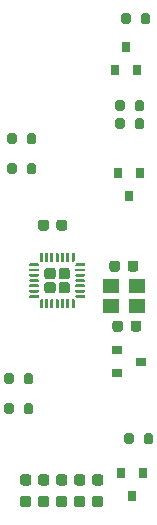
<source format=gbr>
%TF.GenerationSoftware,KiCad,Pcbnew,5.1.9-73d0e3b20d~88~ubuntu20.04.1*%
%TF.CreationDate,2021-03-05T17:28:59-06:00*%
%TF.ProjectId,portalgun-display,706f7274-616c-4677-956e-2d646973706c,rev?*%
%TF.SameCoordinates,Original*%
%TF.FileFunction,Paste,Bot*%
%TF.FilePolarity,Positive*%
%FSLAX46Y46*%
G04 Gerber Fmt 4.6, Leading zero omitted, Abs format (unit mm)*
G04 Created by KiCad (PCBNEW 5.1.9-73d0e3b20d~88~ubuntu20.04.1) date 2021-03-05 17:28:59*
%MOMM*%
%LPD*%
G01*
G04 APERTURE LIST*
%ADD10R,0.800000X0.900000*%
%ADD11R,0.900000X0.800000*%
%ADD12R,1.400000X1.200000*%
%ADD13C,0.100000*%
G04 APERTURE END LIST*
D10*
%TO.C,Q4*%
X132784700Y-120209000D03*
X133734700Y-118209000D03*
X131834700Y-118209000D03*
%TD*%
D11*
%TO.C,Q3*%
X133530700Y-108795000D03*
X131530700Y-107845000D03*
X131530700Y-109745000D03*
%TD*%
D10*
%TO.C,Q2*%
X132530700Y-94809000D03*
X133480700Y-92809000D03*
X131580700Y-92809000D03*
%TD*%
%TO.C,Q1*%
X132276700Y-82141000D03*
X131326700Y-84141000D03*
X133226700Y-84141000D03*
%TD*%
%TO.C,R5*%
G36*
G01*
X129626200Y-120142000D02*
X130101200Y-120142000D01*
G75*
G02*
X130338700Y-120379500I0J-237500D01*
G01*
X130338700Y-120879500D01*
G75*
G02*
X130101200Y-121117000I-237500J0D01*
G01*
X129626200Y-121117000D01*
G75*
G02*
X129388700Y-120879500I0J237500D01*
G01*
X129388700Y-120379500D01*
G75*
G02*
X129626200Y-120142000I237500J0D01*
G01*
G37*
G36*
G01*
X129626200Y-118317000D02*
X130101200Y-118317000D01*
G75*
G02*
X130338700Y-118554500I0J-237500D01*
G01*
X130338700Y-119054500D01*
G75*
G02*
X130101200Y-119292000I-237500J0D01*
G01*
X129626200Y-119292000D01*
G75*
G02*
X129388700Y-119054500I0J237500D01*
G01*
X129388700Y-118554500D01*
G75*
G02*
X129626200Y-118317000I237500J0D01*
G01*
G37*
%TD*%
D12*
%TO.C,Y1*%
X133180000Y-102401000D03*
X130980000Y-102401000D03*
X130980000Y-104101000D03*
X133180000Y-104101000D03*
%TD*%
%TO.C,U7*%
G36*
G01*
X126319700Y-102294500D02*
X126319700Y-102779500D01*
G75*
G02*
X126077200Y-103022000I-242500J0D01*
G01*
X125592200Y-103022000D01*
G75*
G02*
X125349700Y-102779500I0J242500D01*
G01*
X125349700Y-102294500D01*
G75*
G02*
X125592200Y-102052000I242500J0D01*
G01*
X126077200Y-102052000D01*
G75*
G02*
X126319700Y-102294500I0J-242500D01*
G01*
G37*
G36*
G01*
X126319700Y-101094500D02*
X126319700Y-101579500D01*
G75*
G02*
X126077200Y-101822000I-242500J0D01*
G01*
X125592200Y-101822000D01*
G75*
G02*
X125349700Y-101579500I0J242500D01*
G01*
X125349700Y-101094500D01*
G75*
G02*
X125592200Y-100852000I242500J0D01*
G01*
X126077200Y-100852000D01*
G75*
G02*
X126319700Y-101094500I0J-242500D01*
G01*
G37*
G36*
G01*
X127519700Y-102294500D02*
X127519700Y-102779500D01*
G75*
G02*
X127277200Y-103022000I-242500J0D01*
G01*
X126792200Y-103022000D01*
G75*
G02*
X126549700Y-102779500I0J242500D01*
G01*
X126549700Y-102294500D01*
G75*
G02*
X126792200Y-102052000I242500J0D01*
G01*
X127277200Y-102052000D01*
G75*
G02*
X127519700Y-102294500I0J-242500D01*
G01*
G37*
G36*
G01*
X127519700Y-101094500D02*
X127519700Y-101579500D01*
G75*
G02*
X127277200Y-101822000I-242500J0D01*
G01*
X126792200Y-101822000D01*
G75*
G02*
X126549700Y-101579500I0J242500D01*
G01*
X126549700Y-101094500D01*
G75*
G02*
X126792200Y-100852000I242500J0D01*
G01*
X127277200Y-100852000D01*
G75*
G02*
X127519700Y-101094500I0J-242500D01*
G01*
G37*
D13*
G36*
X127710007Y-100385799D02*
G01*
X127698282Y-100382242D01*
X127687477Y-100376467D01*
X127678006Y-100368694D01*
X127670233Y-100359223D01*
X127664458Y-100348418D01*
X127660901Y-100336693D01*
X127659700Y-100324500D01*
X127659700Y-99649500D01*
X127660901Y-99637307D01*
X127664458Y-99625582D01*
X127670233Y-99614777D01*
X127678006Y-99605306D01*
X127687477Y-99597533D01*
X127698282Y-99591758D01*
X127710007Y-99588201D01*
X127722200Y-99587000D01*
X127847200Y-99587000D01*
X127859393Y-99588201D01*
X127871118Y-99591758D01*
X127881923Y-99597533D01*
X127891394Y-99605306D01*
X127899167Y-99614777D01*
X127904942Y-99625582D01*
X127908499Y-99637307D01*
X127909700Y-99649500D01*
X127909700Y-100261112D01*
X127908499Y-100273305D01*
X127904942Y-100285030D01*
X127899167Y-100295835D01*
X127891394Y-100305306D01*
X127828006Y-100368694D01*
X127818535Y-100376467D01*
X127807730Y-100382242D01*
X127796005Y-100385799D01*
X127783812Y-100387000D01*
X127722200Y-100387000D01*
X127710007Y-100385799D01*
G37*
G36*
G01*
X127459700Y-99649500D02*
X127459700Y-100324500D01*
G75*
G02*
X127397200Y-100387000I-62500J0D01*
G01*
X127272200Y-100387000D01*
G75*
G02*
X127209700Y-100324500I0J62500D01*
G01*
X127209700Y-99649500D01*
G75*
G02*
X127272200Y-99587000I62500J0D01*
G01*
X127397200Y-99587000D01*
G75*
G02*
X127459700Y-99649500I0J-62500D01*
G01*
G37*
G36*
G01*
X127009700Y-99649500D02*
X127009700Y-100324500D01*
G75*
G02*
X126947200Y-100387000I-62500J0D01*
G01*
X126822200Y-100387000D01*
G75*
G02*
X126759700Y-100324500I0J62500D01*
G01*
X126759700Y-99649500D01*
G75*
G02*
X126822200Y-99587000I62500J0D01*
G01*
X126947200Y-99587000D01*
G75*
G02*
X127009700Y-99649500I0J-62500D01*
G01*
G37*
G36*
G01*
X126559700Y-99649500D02*
X126559700Y-100324500D01*
G75*
G02*
X126497200Y-100387000I-62500J0D01*
G01*
X126372200Y-100387000D01*
G75*
G02*
X126309700Y-100324500I0J62500D01*
G01*
X126309700Y-99649500D01*
G75*
G02*
X126372200Y-99587000I62500J0D01*
G01*
X126497200Y-99587000D01*
G75*
G02*
X126559700Y-99649500I0J-62500D01*
G01*
G37*
G36*
G01*
X126109700Y-99649500D02*
X126109700Y-100324500D01*
G75*
G02*
X126047200Y-100387000I-62500J0D01*
G01*
X125922200Y-100387000D01*
G75*
G02*
X125859700Y-100324500I0J62500D01*
G01*
X125859700Y-99649500D01*
G75*
G02*
X125922200Y-99587000I62500J0D01*
G01*
X126047200Y-99587000D01*
G75*
G02*
X126109700Y-99649500I0J-62500D01*
G01*
G37*
G36*
G01*
X125659700Y-99649500D02*
X125659700Y-100324500D01*
G75*
G02*
X125597200Y-100387000I-62500J0D01*
G01*
X125472200Y-100387000D01*
G75*
G02*
X125409700Y-100324500I0J62500D01*
G01*
X125409700Y-99649500D01*
G75*
G02*
X125472200Y-99587000I62500J0D01*
G01*
X125597200Y-99587000D01*
G75*
G02*
X125659700Y-99649500I0J-62500D01*
G01*
G37*
G36*
X125073395Y-100385799D02*
G01*
X125061670Y-100382242D01*
X125050865Y-100376467D01*
X125041394Y-100368694D01*
X124978006Y-100305306D01*
X124970233Y-100295835D01*
X124964458Y-100285030D01*
X124960901Y-100273305D01*
X124959700Y-100261112D01*
X124959700Y-99649500D01*
X124960901Y-99637307D01*
X124964458Y-99625582D01*
X124970233Y-99614777D01*
X124978006Y-99605306D01*
X124987477Y-99597533D01*
X124998282Y-99591758D01*
X125010007Y-99588201D01*
X125022200Y-99587000D01*
X125147200Y-99587000D01*
X125159393Y-99588201D01*
X125171118Y-99591758D01*
X125181923Y-99597533D01*
X125191394Y-99605306D01*
X125199167Y-99614777D01*
X125204942Y-99625582D01*
X125208499Y-99637307D01*
X125209700Y-99649500D01*
X125209700Y-100324500D01*
X125208499Y-100336693D01*
X125204942Y-100348418D01*
X125199167Y-100359223D01*
X125191394Y-100368694D01*
X125181923Y-100376467D01*
X125171118Y-100382242D01*
X125159393Y-100385799D01*
X125147200Y-100387000D01*
X125085588Y-100387000D01*
X125073395Y-100385799D01*
G37*
G36*
X124135007Y-100710799D02*
G01*
X124123282Y-100707242D01*
X124112477Y-100701467D01*
X124103006Y-100693694D01*
X124095233Y-100684223D01*
X124089458Y-100673418D01*
X124085901Y-100661693D01*
X124084700Y-100649500D01*
X124084700Y-100524500D01*
X124085901Y-100512307D01*
X124089458Y-100500582D01*
X124095233Y-100489777D01*
X124103006Y-100480306D01*
X124112477Y-100472533D01*
X124123282Y-100466758D01*
X124135007Y-100463201D01*
X124147200Y-100462000D01*
X124758812Y-100462000D01*
X124771005Y-100463201D01*
X124782730Y-100466758D01*
X124793535Y-100472533D01*
X124803006Y-100480306D01*
X124866394Y-100543694D01*
X124874167Y-100553165D01*
X124879942Y-100563970D01*
X124883499Y-100575695D01*
X124884700Y-100587888D01*
X124884700Y-100649500D01*
X124883499Y-100661693D01*
X124879942Y-100673418D01*
X124874167Y-100684223D01*
X124866394Y-100693694D01*
X124856923Y-100701467D01*
X124846118Y-100707242D01*
X124834393Y-100710799D01*
X124822200Y-100712000D01*
X124147200Y-100712000D01*
X124135007Y-100710799D01*
G37*
G36*
G01*
X124884700Y-100974500D02*
X124884700Y-101099500D01*
G75*
G02*
X124822200Y-101162000I-62500J0D01*
G01*
X124147200Y-101162000D01*
G75*
G02*
X124084700Y-101099500I0J62500D01*
G01*
X124084700Y-100974500D01*
G75*
G02*
X124147200Y-100912000I62500J0D01*
G01*
X124822200Y-100912000D01*
G75*
G02*
X124884700Y-100974500I0J-62500D01*
G01*
G37*
G36*
G01*
X124884700Y-101424500D02*
X124884700Y-101549500D01*
G75*
G02*
X124822200Y-101612000I-62500J0D01*
G01*
X124147200Y-101612000D01*
G75*
G02*
X124084700Y-101549500I0J62500D01*
G01*
X124084700Y-101424500D01*
G75*
G02*
X124147200Y-101362000I62500J0D01*
G01*
X124822200Y-101362000D01*
G75*
G02*
X124884700Y-101424500I0J-62500D01*
G01*
G37*
G36*
G01*
X124884700Y-101874500D02*
X124884700Y-101999500D01*
G75*
G02*
X124822200Y-102062000I-62500J0D01*
G01*
X124147200Y-102062000D01*
G75*
G02*
X124084700Y-101999500I0J62500D01*
G01*
X124084700Y-101874500D01*
G75*
G02*
X124147200Y-101812000I62500J0D01*
G01*
X124822200Y-101812000D01*
G75*
G02*
X124884700Y-101874500I0J-62500D01*
G01*
G37*
G36*
G01*
X124884700Y-102324500D02*
X124884700Y-102449500D01*
G75*
G02*
X124822200Y-102512000I-62500J0D01*
G01*
X124147200Y-102512000D01*
G75*
G02*
X124084700Y-102449500I0J62500D01*
G01*
X124084700Y-102324500D01*
G75*
G02*
X124147200Y-102262000I62500J0D01*
G01*
X124822200Y-102262000D01*
G75*
G02*
X124884700Y-102324500I0J-62500D01*
G01*
G37*
G36*
G01*
X124884700Y-102774500D02*
X124884700Y-102899500D01*
G75*
G02*
X124822200Y-102962000I-62500J0D01*
G01*
X124147200Y-102962000D01*
G75*
G02*
X124084700Y-102899500I0J62500D01*
G01*
X124084700Y-102774500D01*
G75*
G02*
X124147200Y-102712000I62500J0D01*
G01*
X124822200Y-102712000D01*
G75*
G02*
X124884700Y-102774500I0J-62500D01*
G01*
G37*
G36*
X124135007Y-103410799D02*
G01*
X124123282Y-103407242D01*
X124112477Y-103401467D01*
X124103006Y-103393694D01*
X124095233Y-103384223D01*
X124089458Y-103373418D01*
X124085901Y-103361693D01*
X124084700Y-103349500D01*
X124084700Y-103224500D01*
X124085901Y-103212307D01*
X124089458Y-103200582D01*
X124095233Y-103189777D01*
X124103006Y-103180306D01*
X124112477Y-103172533D01*
X124123282Y-103166758D01*
X124135007Y-103163201D01*
X124147200Y-103162000D01*
X124822200Y-103162000D01*
X124834393Y-103163201D01*
X124846118Y-103166758D01*
X124856923Y-103172533D01*
X124866394Y-103180306D01*
X124874167Y-103189777D01*
X124879942Y-103200582D01*
X124883499Y-103212307D01*
X124884700Y-103224500D01*
X124884700Y-103286112D01*
X124883499Y-103298305D01*
X124879942Y-103310030D01*
X124874167Y-103320835D01*
X124866394Y-103330306D01*
X124803006Y-103393694D01*
X124793535Y-103401467D01*
X124782730Y-103407242D01*
X124771005Y-103410799D01*
X124758812Y-103412000D01*
X124147200Y-103412000D01*
X124135007Y-103410799D01*
G37*
G36*
X125010007Y-104285799D02*
G01*
X124998282Y-104282242D01*
X124987477Y-104276467D01*
X124978006Y-104268694D01*
X124970233Y-104259223D01*
X124964458Y-104248418D01*
X124960901Y-104236693D01*
X124959700Y-104224500D01*
X124959700Y-103612888D01*
X124960901Y-103600695D01*
X124964458Y-103588970D01*
X124970233Y-103578165D01*
X124978006Y-103568694D01*
X125041394Y-103505306D01*
X125050865Y-103497533D01*
X125061670Y-103491758D01*
X125073395Y-103488201D01*
X125085588Y-103487000D01*
X125147200Y-103487000D01*
X125159393Y-103488201D01*
X125171118Y-103491758D01*
X125181923Y-103497533D01*
X125191394Y-103505306D01*
X125199167Y-103514777D01*
X125204942Y-103525582D01*
X125208499Y-103537307D01*
X125209700Y-103549500D01*
X125209700Y-104224500D01*
X125208499Y-104236693D01*
X125204942Y-104248418D01*
X125199167Y-104259223D01*
X125191394Y-104268694D01*
X125181923Y-104276467D01*
X125171118Y-104282242D01*
X125159393Y-104285799D01*
X125147200Y-104287000D01*
X125022200Y-104287000D01*
X125010007Y-104285799D01*
G37*
G36*
G01*
X125659700Y-103549500D02*
X125659700Y-104224500D01*
G75*
G02*
X125597200Y-104287000I-62500J0D01*
G01*
X125472200Y-104287000D01*
G75*
G02*
X125409700Y-104224500I0J62500D01*
G01*
X125409700Y-103549500D01*
G75*
G02*
X125472200Y-103487000I62500J0D01*
G01*
X125597200Y-103487000D01*
G75*
G02*
X125659700Y-103549500I0J-62500D01*
G01*
G37*
G36*
G01*
X126109700Y-103549500D02*
X126109700Y-104224500D01*
G75*
G02*
X126047200Y-104287000I-62500J0D01*
G01*
X125922200Y-104287000D01*
G75*
G02*
X125859700Y-104224500I0J62500D01*
G01*
X125859700Y-103549500D01*
G75*
G02*
X125922200Y-103487000I62500J0D01*
G01*
X126047200Y-103487000D01*
G75*
G02*
X126109700Y-103549500I0J-62500D01*
G01*
G37*
G36*
G01*
X126559700Y-103549500D02*
X126559700Y-104224500D01*
G75*
G02*
X126497200Y-104287000I-62500J0D01*
G01*
X126372200Y-104287000D01*
G75*
G02*
X126309700Y-104224500I0J62500D01*
G01*
X126309700Y-103549500D01*
G75*
G02*
X126372200Y-103487000I62500J0D01*
G01*
X126497200Y-103487000D01*
G75*
G02*
X126559700Y-103549500I0J-62500D01*
G01*
G37*
G36*
G01*
X127009700Y-103549500D02*
X127009700Y-104224500D01*
G75*
G02*
X126947200Y-104287000I-62500J0D01*
G01*
X126822200Y-104287000D01*
G75*
G02*
X126759700Y-104224500I0J62500D01*
G01*
X126759700Y-103549500D01*
G75*
G02*
X126822200Y-103487000I62500J0D01*
G01*
X126947200Y-103487000D01*
G75*
G02*
X127009700Y-103549500I0J-62500D01*
G01*
G37*
G36*
G01*
X127459700Y-103549500D02*
X127459700Y-104224500D01*
G75*
G02*
X127397200Y-104287000I-62500J0D01*
G01*
X127272200Y-104287000D01*
G75*
G02*
X127209700Y-104224500I0J62500D01*
G01*
X127209700Y-103549500D01*
G75*
G02*
X127272200Y-103487000I62500J0D01*
G01*
X127397200Y-103487000D01*
G75*
G02*
X127459700Y-103549500I0J-62500D01*
G01*
G37*
G36*
X127710007Y-104285799D02*
G01*
X127698282Y-104282242D01*
X127687477Y-104276467D01*
X127678006Y-104268694D01*
X127670233Y-104259223D01*
X127664458Y-104248418D01*
X127660901Y-104236693D01*
X127659700Y-104224500D01*
X127659700Y-103549500D01*
X127660901Y-103537307D01*
X127664458Y-103525582D01*
X127670233Y-103514777D01*
X127678006Y-103505306D01*
X127687477Y-103497533D01*
X127698282Y-103491758D01*
X127710007Y-103488201D01*
X127722200Y-103487000D01*
X127783812Y-103487000D01*
X127796005Y-103488201D01*
X127807730Y-103491758D01*
X127818535Y-103497533D01*
X127828006Y-103505306D01*
X127891394Y-103568694D01*
X127899167Y-103578165D01*
X127904942Y-103588970D01*
X127908499Y-103600695D01*
X127909700Y-103612888D01*
X127909700Y-104224500D01*
X127908499Y-104236693D01*
X127904942Y-104248418D01*
X127899167Y-104259223D01*
X127891394Y-104268694D01*
X127881923Y-104276467D01*
X127871118Y-104282242D01*
X127859393Y-104285799D01*
X127847200Y-104287000D01*
X127722200Y-104287000D01*
X127710007Y-104285799D01*
G37*
G36*
X128098395Y-103410799D02*
G01*
X128086670Y-103407242D01*
X128075865Y-103401467D01*
X128066394Y-103393694D01*
X128003006Y-103330306D01*
X127995233Y-103320835D01*
X127989458Y-103310030D01*
X127985901Y-103298305D01*
X127984700Y-103286112D01*
X127984700Y-103224500D01*
X127985901Y-103212307D01*
X127989458Y-103200582D01*
X127995233Y-103189777D01*
X128003006Y-103180306D01*
X128012477Y-103172533D01*
X128023282Y-103166758D01*
X128035007Y-103163201D01*
X128047200Y-103162000D01*
X128722200Y-103162000D01*
X128734393Y-103163201D01*
X128746118Y-103166758D01*
X128756923Y-103172533D01*
X128766394Y-103180306D01*
X128774167Y-103189777D01*
X128779942Y-103200582D01*
X128783499Y-103212307D01*
X128784700Y-103224500D01*
X128784700Y-103349500D01*
X128783499Y-103361693D01*
X128779942Y-103373418D01*
X128774167Y-103384223D01*
X128766394Y-103393694D01*
X128756923Y-103401467D01*
X128746118Y-103407242D01*
X128734393Y-103410799D01*
X128722200Y-103412000D01*
X128110588Y-103412000D01*
X128098395Y-103410799D01*
G37*
G36*
G01*
X128784700Y-102774500D02*
X128784700Y-102899500D01*
G75*
G02*
X128722200Y-102962000I-62500J0D01*
G01*
X128047200Y-102962000D01*
G75*
G02*
X127984700Y-102899500I0J62500D01*
G01*
X127984700Y-102774500D01*
G75*
G02*
X128047200Y-102712000I62500J0D01*
G01*
X128722200Y-102712000D01*
G75*
G02*
X128784700Y-102774500I0J-62500D01*
G01*
G37*
G36*
G01*
X128784700Y-102324500D02*
X128784700Y-102449500D01*
G75*
G02*
X128722200Y-102512000I-62500J0D01*
G01*
X128047200Y-102512000D01*
G75*
G02*
X127984700Y-102449500I0J62500D01*
G01*
X127984700Y-102324500D01*
G75*
G02*
X128047200Y-102262000I62500J0D01*
G01*
X128722200Y-102262000D01*
G75*
G02*
X128784700Y-102324500I0J-62500D01*
G01*
G37*
G36*
G01*
X128784700Y-101874500D02*
X128784700Y-101999500D01*
G75*
G02*
X128722200Y-102062000I-62500J0D01*
G01*
X128047200Y-102062000D01*
G75*
G02*
X127984700Y-101999500I0J62500D01*
G01*
X127984700Y-101874500D01*
G75*
G02*
X128047200Y-101812000I62500J0D01*
G01*
X128722200Y-101812000D01*
G75*
G02*
X128784700Y-101874500I0J-62500D01*
G01*
G37*
G36*
G01*
X128784700Y-101424500D02*
X128784700Y-101549500D01*
G75*
G02*
X128722200Y-101612000I-62500J0D01*
G01*
X128047200Y-101612000D01*
G75*
G02*
X127984700Y-101549500I0J62500D01*
G01*
X127984700Y-101424500D01*
G75*
G02*
X128047200Y-101362000I62500J0D01*
G01*
X128722200Y-101362000D01*
G75*
G02*
X128784700Y-101424500I0J-62500D01*
G01*
G37*
G36*
G01*
X128784700Y-100974500D02*
X128784700Y-101099500D01*
G75*
G02*
X128722200Y-101162000I-62500J0D01*
G01*
X128047200Y-101162000D01*
G75*
G02*
X127984700Y-101099500I0J62500D01*
G01*
X127984700Y-100974500D01*
G75*
G02*
X128047200Y-100912000I62500J0D01*
G01*
X128722200Y-100912000D01*
G75*
G02*
X128784700Y-100974500I0J-62500D01*
G01*
G37*
G36*
X128035007Y-100710799D02*
G01*
X128023282Y-100707242D01*
X128012477Y-100701467D01*
X128003006Y-100693694D01*
X127995233Y-100684223D01*
X127989458Y-100673418D01*
X127985901Y-100661693D01*
X127984700Y-100649500D01*
X127984700Y-100587888D01*
X127985901Y-100575695D01*
X127989458Y-100563970D01*
X127995233Y-100553165D01*
X128003006Y-100543694D01*
X128066394Y-100480306D01*
X128075865Y-100472533D01*
X128086670Y-100466758D01*
X128098395Y-100463201D01*
X128110588Y-100462000D01*
X128722200Y-100462000D01*
X128734393Y-100463201D01*
X128746118Y-100466758D01*
X128756923Y-100472533D01*
X128766394Y-100480306D01*
X128774167Y-100489777D01*
X128779942Y-100500582D01*
X128783499Y-100512307D01*
X128784700Y-100524500D01*
X128784700Y-100649500D01*
X128783499Y-100661693D01*
X128779942Y-100673418D01*
X128774167Y-100684223D01*
X128766394Y-100693694D01*
X128756923Y-100701467D01*
X128746118Y-100707242D01*
X128734393Y-100710799D01*
X128722200Y-100712000D01*
X128047200Y-100712000D01*
X128035007Y-100710799D01*
G37*
%TD*%
%TO.C,R28*%
G36*
G01*
X122765000Y-109961000D02*
X122765000Y-110511000D01*
G75*
G02*
X122565000Y-110711000I-200000J0D01*
G01*
X122165000Y-110711000D01*
G75*
G02*
X121965000Y-110511000I0J200000D01*
G01*
X121965000Y-109961000D01*
G75*
G02*
X122165000Y-109761000I200000J0D01*
G01*
X122565000Y-109761000D01*
G75*
G02*
X122765000Y-109961000I0J-200000D01*
G01*
G37*
G36*
G01*
X124415000Y-109961000D02*
X124415000Y-110511000D01*
G75*
G02*
X124215000Y-110711000I-200000J0D01*
G01*
X123815000Y-110711000D01*
G75*
G02*
X123615000Y-110511000I0J200000D01*
G01*
X123615000Y-109961000D01*
G75*
G02*
X123815000Y-109761000I200000J0D01*
G01*
X124215000Y-109761000D01*
G75*
G02*
X124415000Y-109961000I0J-200000D01*
G01*
G37*
%TD*%
%TO.C,R27*%
G36*
G01*
X122765000Y-112501000D02*
X122765000Y-113051000D01*
G75*
G02*
X122565000Y-113251000I-200000J0D01*
G01*
X122165000Y-113251000D01*
G75*
G02*
X121965000Y-113051000I0J200000D01*
G01*
X121965000Y-112501000D01*
G75*
G02*
X122165000Y-112301000I200000J0D01*
G01*
X122565000Y-112301000D01*
G75*
G02*
X122765000Y-112501000I0J-200000D01*
G01*
G37*
G36*
G01*
X124415000Y-112501000D02*
X124415000Y-113051000D01*
G75*
G02*
X124215000Y-113251000I-200000J0D01*
G01*
X123815000Y-113251000D01*
G75*
G02*
X123615000Y-113051000I0J200000D01*
G01*
X123615000Y-112501000D01*
G75*
G02*
X123815000Y-112301000I200000J0D01*
G01*
X124215000Y-112301000D01*
G75*
G02*
X124415000Y-112501000I0J-200000D01*
G01*
G37*
%TD*%
%TO.C,R26*%
G36*
G01*
X133775000Y-115591000D02*
X133775000Y-115041000D01*
G75*
G02*
X133975000Y-114841000I200000J0D01*
G01*
X134375000Y-114841000D01*
G75*
G02*
X134575000Y-115041000I0J-200000D01*
G01*
X134575000Y-115591000D01*
G75*
G02*
X134375000Y-115791000I-200000J0D01*
G01*
X133975000Y-115791000D01*
G75*
G02*
X133775000Y-115591000I0J200000D01*
G01*
G37*
G36*
G01*
X132125000Y-115591000D02*
X132125000Y-115041000D01*
G75*
G02*
X132325000Y-114841000I200000J0D01*
G01*
X132725000Y-114841000D01*
G75*
G02*
X132925000Y-115041000I0J-200000D01*
G01*
X132925000Y-115591000D01*
G75*
G02*
X132725000Y-115791000I-200000J0D01*
G01*
X132325000Y-115791000D01*
G75*
G02*
X132125000Y-115591000I0J200000D01*
G01*
G37*
%TD*%
%TO.C,R25*%
G36*
G01*
X133013000Y-88921000D02*
X133013000Y-88371000D01*
G75*
G02*
X133213000Y-88171000I200000J0D01*
G01*
X133613000Y-88171000D01*
G75*
G02*
X133813000Y-88371000I0J-200000D01*
G01*
X133813000Y-88921000D01*
G75*
G02*
X133613000Y-89121000I-200000J0D01*
G01*
X133213000Y-89121000D01*
G75*
G02*
X133013000Y-88921000I0J200000D01*
G01*
G37*
G36*
G01*
X131363000Y-88921000D02*
X131363000Y-88371000D01*
G75*
G02*
X131563000Y-88171000I200000J0D01*
G01*
X131963000Y-88171000D01*
G75*
G02*
X132163000Y-88371000I0J-200000D01*
G01*
X132163000Y-88921000D01*
G75*
G02*
X131963000Y-89121000I-200000J0D01*
G01*
X131563000Y-89121000D01*
G75*
G02*
X131363000Y-88921000I0J200000D01*
G01*
G37*
%TD*%
%TO.C,R24*%
G36*
G01*
X133013000Y-87397000D02*
X133013000Y-86847000D01*
G75*
G02*
X133213000Y-86647000I200000J0D01*
G01*
X133613000Y-86647000D01*
G75*
G02*
X133813000Y-86847000I0J-200000D01*
G01*
X133813000Y-87397000D01*
G75*
G02*
X133613000Y-87597000I-200000J0D01*
G01*
X133213000Y-87597000D01*
G75*
G02*
X133013000Y-87397000I0J200000D01*
G01*
G37*
G36*
G01*
X131363000Y-87397000D02*
X131363000Y-86847000D01*
G75*
G02*
X131563000Y-86647000I200000J0D01*
G01*
X131963000Y-86647000D01*
G75*
G02*
X132163000Y-86847000I0J-200000D01*
G01*
X132163000Y-87397000D01*
G75*
G02*
X131963000Y-87597000I-200000J0D01*
G01*
X131563000Y-87597000D01*
G75*
G02*
X131363000Y-87397000I0J200000D01*
G01*
G37*
%TD*%
%TO.C,R23*%
G36*
G01*
X133521000Y-80031000D02*
X133521000Y-79481000D01*
G75*
G02*
X133721000Y-79281000I200000J0D01*
G01*
X134121000Y-79281000D01*
G75*
G02*
X134321000Y-79481000I0J-200000D01*
G01*
X134321000Y-80031000D01*
G75*
G02*
X134121000Y-80231000I-200000J0D01*
G01*
X133721000Y-80231000D01*
G75*
G02*
X133521000Y-80031000I0J200000D01*
G01*
G37*
G36*
G01*
X131871000Y-80031000D02*
X131871000Y-79481000D01*
G75*
G02*
X132071000Y-79281000I200000J0D01*
G01*
X132471000Y-79281000D01*
G75*
G02*
X132671000Y-79481000I0J-200000D01*
G01*
X132671000Y-80031000D01*
G75*
G02*
X132471000Y-80231000I-200000J0D01*
G01*
X132071000Y-80231000D01*
G75*
G02*
X131871000Y-80031000I0J200000D01*
G01*
G37*
%TD*%
%TO.C,R22*%
G36*
G01*
X123019000Y-89641000D02*
X123019000Y-90191000D01*
G75*
G02*
X122819000Y-90391000I-200000J0D01*
G01*
X122419000Y-90391000D01*
G75*
G02*
X122219000Y-90191000I0J200000D01*
G01*
X122219000Y-89641000D01*
G75*
G02*
X122419000Y-89441000I200000J0D01*
G01*
X122819000Y-89441000D01*
G75*
G02*
X123019000Y-89641000I0J-200000D01*
G01*
G37*
G36*
G01*
X124669000Y-89641000D02*
X124669000Y-90191000D01*
G75*
G02*
X124469000Y-90391000I-200000J0D01*
G01*
X124069000Y-90391000D01*
G75*
G02*
X123869000Y-90191000I0J200000D01*
G01*
X123869000Y-89641000D01*
G75*
G02*
X124069000Y-89441000I200000J0D01*
G01*
X124469000Y-89441000D01*
G75*
G02*
X124669000Y-89641000I0J-200000D01*
G01*
G37*
%TD*%
%TO.C,R21*%
G36*
G01*
X123019000Y-92181000D02*
X123019000Y-92731000D01*
G75*
G02*
X122819000Y-92931000I-200000J0D01*
G01*
X122419000Y-92931000D01*
G75*
G02*
X122219000Y-92731000I0J200000D01*
G01*
X122219000Y-92181000D01*
G75*
G02*
X122419000Y-91981000I200000J0D01*
G01*
X122819000Y-91981000D01*
G75*
G02*
X123019000Y-92181000I0J-200000D01*
G01*
G37*
G36*
G01*
X124669000Y-92181000D02*
X124669000Y-92731000D01*
G75*
G02*
X124469000Y-92931000I-200000J0D01*
G01*
X124069000Y-92931000D01*
G75*
G02*
X123869000Y-92731000I0J200000D01*
G01*
X123869000Y-92181000D01*
G75*
G02*
X124069000Y-91981000I200000J0D01*
G01*
X124469000Y-91981000D01*
G75*
G02*
X124669000Y-92181000I0J-200000D01*
G01*
G37*
%TD*%
%TO.C,R4*%
G36*
G01*
X123530200Y-120142000D02*
X124005200Y-120142000D01*
G75*
G02*
X124242700Y-120379500I0J-237500D01*
G01*
X124242700Y-120879500D01*
G75*
G02*
X124005200Y-121117000I-237500J0D01*
G01*
X123530200Y-121117000D01*
G75*
G02*
X123292700Y-120879500I0J237500D01*
G01*
X123292700Y-120379500D01*
G75*
G02*
X123530200Y-120142000I237500J0D01*
G01*
G37*
G36*
G01*
X123530200Y-118317000D02*
X124005200Y-118317000D01*
G75*
G02*
X124242700Y-118554500I0J-237500D01*
G01*
X124242700Y-119054500D01*
G75*
G02*
X124005200Y-119292000I-237500J0D01*
G01*
X123530200Y-119292000D01*
G75*
G02*
X123292700Y-119054500I0J237500D01*
G01*
X123292700Y-118554500D01*
G75*
G02*
X123530200Y-118317000I237500J0D01*
G01*
G37*
%TD*%
%TO.C,R3*%
G36*
G01*
X125054200Y-120142000D02*
X125529200Y-120142000D01*
G75*
G02*
X125766700Y-120379500I0J-237500D01*
G01*
X125766700Y-120879500D01*
G75*
G02*
X125529200Y-121117000I-237500J0D01*
G01*
X125054200Y-121117000D01*
G75*
G02*
X124816700Y-120879500I0J237500D01*
G01*
X124816700Y-120379500D01*
G75*
G02*
X125054200Y-120142000I237500J0D01*
G01*
G37*
G36*
G01*
X125054200Y-118317000D02*
X125529200Y-118317000D01*
G75*
G02*
X125766700Y-118554500I0J-237500D01*
G01*
X125766700Y-119054500D01*
G75*
G02*
X125529200Y-119292000I-237500J0D01*
G01*
X125054200Y-119292000D01*
G75*
G02*
X124816700Y-119054500I0J237500D01*
G01*
X124816700Y-118554500D01*
G75*
G02*
X125054200Y-118317000I237500J0D01*
G01*
G37*
%TD*%
%TO.C,R2*%
G36*
G01*
X128102200Y-120142000D02*
X128577200Y-120142000D01*
G75*
G02*
X128814700Y-120379500I0J-237500D01*
G01*
X128814700Y-120879500D01*
G75*
G02*
X128577200Y-121117000I-237500J0D01*
G01*
X128102200Y-121117000D01*
G75*
G02*
X127864700Y-120879500I0J237500D01*
G01*
X127864700Y-120379500D01*
G75*
G02*
X128102200Y-120142000I237500J0D01*
G01*
G37*
G36*
G01*
X128102200Y-118317000D02*
X128577200Y-118317000D01*
G75*
G02*
X128814700Y-118554500I0J-237500D01*
G01*
X128814700Y-119054500D01*
G75*
G02*
X128577200Y-119292000I-237500J0D01*
G01*
X128102200Y-119292000D01*
G75*
G02*
X127864700Y-119054500I0J237500D01*
G01*
X127864700Y-118554500D01*
G75*
G02*
X128102200Y-118317000I237500J0D01*
G01*
G37*
%TD*%
%TO.C,R1*%
G36*
G01*
X126578200Y-120142000D02*
X127053200Y-120142000D01*
G75*
G02*
X127290700Y-120379500I0J-237500D01*
G01*
X127290700Y-120879500D01*
G75*
G02*
X127053200Y-121117000I-237500J0D01*
G01*
X126578200Y-121117000D01*
G75*
G02*
X126340700Y-120879500I0J237500D01*
G01*
X126340700Y-120379500D01*
G75*
G02*
X126578200Y-120142000I237500J0D01*
G01*
G37*
G36*
G01*
X126578200Y-118317000D02*
X127053200Y-118317000D01*
G75*
G02*
X127290700Y-118554500I0J-237500D01*
G01*
X127290700Y-119054500D01*
G75*
G02*
X127053200Y-119292000I-237500J0D01*
G01*
X126578200Y-119292000D01*
G75*
G02*
X126340700Y-119054500I0J237500D01*
G01*
X126340700Y-118554500D01*
G75*
G02*
X126578200Y-118317000I237500J0D01*
G01*
G37*
%TD*%
%TO.C,C8*%
G36*
G01*
X132405000Y-100961000D02*
X132405000Y-100461000D01*
G75*
G02*
X132630000Y-100236000I225000J0D01*
G01*
X133080000Y-100236000D01*
G75*
G02*
X133305000Y-100461000I0J-225000D01*
G01*
X133305000Y-100961000D01*
G75*
G02*
X133080000Y-101186000I-225000J0D01*
G01*
X132630000Y-101186000D01*
G75*
G02*
X132405000Y-100961000I0J225000D01*
G01*
G37*
G36*
G01*
X130855000Y-100961000D02*
X130855000Y-100461000D01*
G75*
G02*
X131080000Y-100236000I225000J0D01*
G01*
X131530000Y-100236000D01*
G75*
G02*
X131755000Y-100461000I0J-225000D01*
G01*
X131755000Y-100961000D01*
G75*
G02*
X131530000Y-101186000I-225000J0D01*
G01*
X131080000Y-101186000D01*
G75*
G02*
X130855000Y-100961000I0J225000D01*
G01*
G37*
%TD*%
%TO.C,C4*%
G36*
G01*
X132009000Y-105541000D02*
X132009000Y-106041000D01*
G75*
G02*
X131784000Y-106266000I-225000J0D01*
G01*
X131334000Y-106266000D01*
G75*
G02*
X131109000Y-106041000I0J225000D01*
G01*
X131109000Y-105541000D01*
G75*
G02*
X131334000Y-105316000I225000J0D01*
G01*
X131784000Y-105316000D01*
G75*
G02*
X132009000Y-105541000I0J-225000D01*
G01*
G37*
G36*
G01*
X133559000Y-105541000D02*
X133559000Y-106041000D01*
G75*
G02*
X133334000Y-106266000I-225000J0D01*
G01*
X132884000Y-106266000D01*
G75*
G02*
X132659000Y-106041000I0J225000D01*
G01*
X132659000Y-105541000D01*
G75*
G02*
X132884000Y-105316000I225000J0D01*
G01*
X133334000Y-105316000D01*
G75*
G02*
X133559000Y-105541000I0J-225000D01*
G01*
G37*
%TD*%
%TO.C,C2*%
G36*
G01*
X125728700Y-96988000D02*
X125728700Y-97488000D01*
G75*
G02*
X125503700Y-97713000I-225000J0D01*
G01*
X125053700Y-97713000D01*
G75*
G02*
X124828700Y-97488000I0J225000D01*
G01*
X124828700Y-96988000D01*
G75*
G02*
X125053700Y-96763000I225000J0D01*
G01*
X125503700Y-96763000D01*
G75*
G02*
X125728700Y-96988000I0J-225000D01*
G01*
G37*
G36*
G01*
X127278700Y-96988000D02*
X127278700Y-97488000D01*
G75*
G02*
X127053700Y-97713000I-225000J0D01*
G01*
X126603700Y-97713000D01*
G75*
G02*
X126378700Y-97488000I0J225000D01*
G01*
X126378700Y-96988000D01*
G75*
G02*
X126603700Y-96763000I225000J0D01*
G01*
X127053700Y-96763000D01*
G75*
G02*
X127278700Y-96988000I0J-225000D01*
G01*
G37*
%TD*%
M02*

</source>
